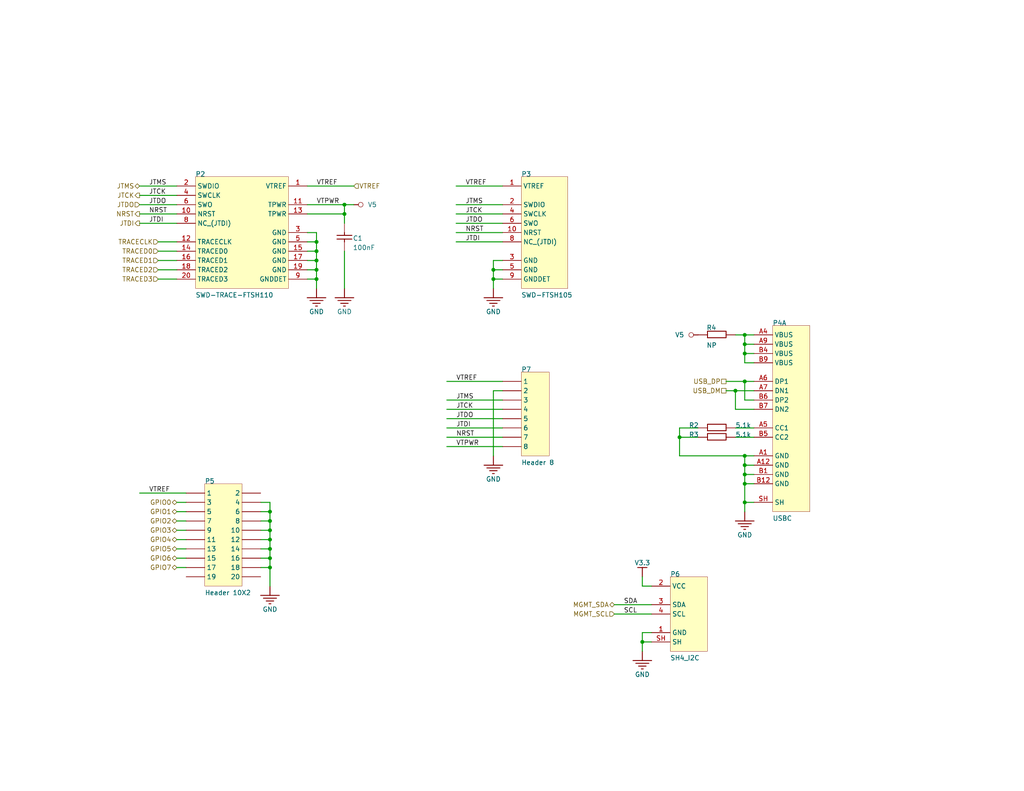
<source format=kicad_sch>
(kicad_sch (version 20231120) (generator "eeschema") (generator_version "8.0")
  (paper "A")
  (lib_symbols
    (symbol "connectors-altium-import:GND_POWER_GROUND" (power)
      (property "Reference" "#PWR" (at 0 0 0))
      (property "Value" "GND" (at 0 6.35 0))
      (symbol "GND_POWER_GROUND_0_0"
        (polyline (pts (xy -2.54 -2.54) (xy 2.54 -2.54)) (stroke (width 0.254)))
        (polyline (pts (xy -1.778 -3.302) (xy 1.778 -3.302)) (stroke (width 0.254)))
        (polyline (pts (xy -1.016 -4.064) (xy 1.016 -4.064)) (stroke (width 0.254)))
        (polyline (pts (xy -0.254 -4.826) (xy 0.254 -4.826)) (stroke (width 0.254)))
        (polyline (pts (xy 0 0) (xy 0 -2.54)) (stroke (width 0.254)))
        (pin power_in line (at 0 0 0) (length 0) hide (name "GND") (number ""))
      )
    )
    (symbol "connectors-altium-import:V3.3_BAR" (power)
      (property "Reference" "#PWR" (at 0 0 0))
      (property "Value" "V3.3" (at 0 3.81 0))
      (symbol "V3.3_BAR_0_0"
        (polyline (pts (xy -1.27 -2.54) (xy 1.27 -2.54)) (stroke (width 0.254)))
        (polyline (pts (xy 0 0) (xy 0 -2.54)) (stroke (width 0.254)))
        (pin power_in line (at 0 0 0) (length 0) hide (name "V3.3") (number ""))
      )
    )
    (symbol "connectors-altium-import:V5_CIRCLE" (power)
      (property "Reference" "#PWR" (at 0 0 0))
      (property "Value" "V5" (at 0 3.81 0))
      (symbol "V5_CIRCLE_0_0"
        (circle (center 0 -1.905) (radius 0.635) (stroke (width 0.127)))
        (polyline (pts (xy 0 0) (xy 0 -1.27)) (stroke (width 0.254)))
        (pin power_in line (at 0 0 0) (length 0) hide (name "V5") (number ""))
      )
    )
    (symbol "connectors-altium-import:root_0_Header 10X2"
      (symbol "root_0_Header 10X2_1_0"
        (rectangle (start 10.16 0) (end 0 -27.94) (stroke (width 0.0254) (color 128 0 0 1)) (fill (type background)))
        (pin passive line (at -5.08 -2.54 0) (length 5.08) (name "1") (number "1"))
        (pin passive line (at 15.24 -12.7 180) (length 5.08) (name "10") (number "10"))
        (pin passive line (at -5.08 -15.24 0) (length 5.08) (name "11") (number "11"))
        (pin passive line (at 15.24 -15.24 180) (length 5.08) (name "12") (number "12"))
        (pin passive line (at -5.08 -17.78 0) (length 5.08) (name "13") (number "13"))
        (pin passive line (at 15.24 -17.78 180) (length 5.08) (name "14") (number "14"))
        (pin passive line (at -5.08 -20.32 0) (length 5.08) (name "15") (number "15"))
        (pin passive line (at 15.24 -20.32 180) (length 5.08) (name "16") (number "16"))
        (pin passive line (at -5.08 -22.86 0) (length 5.08) (name "17") (number "17"))
        (pin passive line (at 15.24 -22.86 180) (length 5.08) (name "18") (number "18"))
        (pin passive line (at -5.08 -25.4 0) (length 5.08) (name "19") (number "19"))
        (pin passive line (at 15.24 -2.54 180) (length 5.08) (name "2") (number "2"))
        (pin passive line (at 15.24 -25.4 180) (length 5.08) (name "20") (number "20"))
        (pin passive line (at -5.08 -5.08 0) (length 5.08) (name "3") (number "3"))
        (pin passive line (at 15.24 -5.08 180) (length 5.08) (name "4") (number "4"))
        (pin passive line (at -5.08 -7.62 0) (length 5.08) (name "5") (number "5"))
        (pin passive line (at 15.24 -7.62 180) (length 5.08) (name "6") (number "6"))
        (pin passive line (at -5.08 -10.16 0) (length 5.08) (name "7") (number "7"))
        (pin passive line (at 15.24 -10.16 180) (length 5.08) (name "8") (number "8"))
        (pin passive line (at -5.08 -12.7 0) (length 5.08) (name "9") (number "9"))
      )
    )
    (symbol "connectors-altium-import:root_0_Header 8"
      (symbol "root_0_Header 8_1_0"
        (rectangle (start 7.62 0) (end 0 -22.86) (stroke (width 0.0254) (color 128 0 0 1)) (fill (type background)))
        (pin passive line (at -5.08 -2.54 0) (length 5.08) (name "1") (number "1"))
        (pin passive line (at -5.08 -5.08 0) (length 5.08) (name "2") (number "2"))
        (pin passive line (at -5.08 -7.62 0) (length 5.08) (name "3") (number "3"))
        (pin passive line (at -5.08 -10.16 0) (length 5.08) (name "4") (number "4"))
        (pin passive line (at -5.08 -12.7 0) (length 5.08) (name "5") (number "5"))
        (pin passive line (at -5.08 -15.24 0) (length 5.08) (name "6") (number "6"))
        (pin passive line (at -5.08 -17.78 0) (length 5.08) (name "7") (number "7"))
        (pin passive line (at -5.08 -20.32 0) (length 5.08) (name "8") (number "8"))
      )
    )
    (symbol "connectors-altium-import:root_0_Resistor"
      (symbol "root_0_Resistor_1_0"
        (polyline (pts (xy -2.54 -0.762) (xy -2.54 1.016) (xy 2.54 1.016) (xy 2.54 -0.762) (xy -2.54 -0.762)) (stroke (width 0.254)))
        (pin passive line (at -5.08 0 0) (length 2.54) (name "1") (number "1"))
        (pin passive line (at 5.08 0 180) (length 2.54) (name "2") (number "2"))
      )
    )
    (symbol "connectors-altium-import:root_0_SH4_I2C"
      (symbol "root_0_SH4_I2C_1_0"
        (rectangle (start 10.16 10.16) (end 0 -10.16) (stroke (width 0.0254) (color 128 0 0 1)) (fill (type background)))
        (pin passive line (at -5.08 -5.08 0) (length 5.08) (name "GND") (number "1"))
        (pin passive line (at -5.08 7.62 0) (length 5.08) (name "VCC") (number "2"))
        (pin passive line (at -5.08 2.54 0) (length 5.08) (name "SDA") (number "3"))
        (pin passive line (at -5.08 0 0) (length 5.08) (name "SCL") (number "4"))
        (pin passive line (at -5.08 -7.62 0) (length 5.08) (name "SH") (number "SH"))
      )
    )
    (symbol "connectors-altium-import:root_0_SWD-FTSH105"
      (symbol "root_0_SWD-FTSH105_1_0"
        (rectangle (start 12.7 15.24) (end 0 -15.24) (stroke (width 0.0254) (color 128 0 0 1)) (fill (type background)))
        (pin passive line (at -5.08 12.7 0) (length 5.08) (name "VTREF") (number "1"))
        (pin passive line (at -5.08 0 0) (length 5.08) (name "NRST") (number "10"))
        (pin passive line (at -5.08 7.62 0) (length 5.08) (name "SWDIO") (number "2"))
        (pin passive line (at -5.08 -7.62 0) (length 5.08) (name "GND") (number "3"))
        (pin passive line (at -5.08 5.08 0) (length 5.08) (name "SWCLK") (number "4"))
        (pin passive line (at -5.08 -10.16 0) (length 5.08) (name "GND") (number "5"))
        (pin passive line (at -5.08 2.54 0) (length 5.08) (name "SWO") (number "6"))
        (pin passive line (at -5.08 -2.54 0) (length 5.08) (name "NC_(JTDI)") (number "8"))
        (pin passive line (at -5.08 -12.7 0) (length 5.08) (name "GNDDET") (number "9"))
      )
    )
    (symbol "connectors-altium-import:root_0_SWD-TRACE-FTSH110"
      (symbol "root_0_SWD-TRACE-FTSH110_1_0"
        (rectangle (start 12.7 12.7) (end -12.7 -17.78) (stroke (width 0.0254) (color 128 0 0 1)) (fill (type background)))
        (pin passive line (at 17.78 10.16 180) (length 5.08) (name "VTREF") (number "1"))
        (pin passive line (at -17.78 2.54 0) (length 5.08) (name "NRST") (number "10"))
        (pin passive line (at 17.78 5.08 180) (length 5.08) (name "TPWR") (number "11"))
        (pin passive line (at -17.78 -5.08 0) (length 5.08) (name "TRACECLK") (number "12"))
        (pin passive line (at 17.78 2.54 180) (length 5.08) (name "TPWR") (number "13"))
        (pin passive line (at -17.78 -7.62 0) (length 5.08) (name "TRACED0") (number "14"))
        (pin passive line (at 17.78 -7.62 180) (length 5.08) (name "GND") (number "15"))
        (pin passive line (at -17.78 -10.16 0) (length 5.08) (name "TRACED1") (number "16"))
        (pin passive line (at 17.78 -10.16 180) (length 5.08) (name "GND") (number "17"))
        (pin passive line (at -17.78 -12.7 0) (length 5.08) (name "TRACED2") (number "18"))
        (pin passive line (at 17.78 -12.7 180) (length 5.08) (name "GND") (number "19"))
        (pin passive line (at -17.78 10.16 0) (length 5.08) (name "SWDIO") (number "2"))
        (pin passive line (at -17.78 -15.24 0) (length 5.08) (name "TRACED3") (number "20"))
        (pin passive line (at 17.78 -2.54 180) (length 5.08) (name "GND") (number "3"))
        (pin passive line (at -17.78 7.62 0) (length 5.08) (name "SWCLK") (number "4"))
        (pin passive line (at 17.78 -5.08 180) (length 5.08) (name "GND") (number "5"))
        (pin passive line (at -17.78 5.08 0) (length 5.08) (name "SWO") (number "6"))
        (pin passive line (at -17.78 0 0) (length 5.08) (name "NC_(JTDI)") (number "8"))
        (pin passive line (at 17.78 -15.24 180) (length 5.08) (name "GNDDET") (number "9"))
      )
    )
    (symbol "connectors-altium-import:root_0_USBC"
      (symbol "root_0_USBC_1_0"
        (rectangle (start 10.16 25.4) (end 0 -25.4) (stroke (width 0.0254) (color 128 0 0 1)) (fill (type background)))
        (pin passive line (at -5.08 -10.16 0) (length 5.08) (name "GND") (number "A1"))
        (pin passive line (at -5.08 -12.7 0) (length 5.08) (name "GND") (number "A12"))
        (pin passive line (at -5.08 22.86 0) (length 5.08) (name "VBUS") (number "A4"))
        (pin passive line (at -5.08 -2.54 0) (length 5.08) (name "CC1") (number "A5"))
        (pin passive line (at -5.08 10.16 0) (length 5.08) (name "DP1") (number "A6"))
        (pin passive line (at -5.08 7.62 0) (length 5.08) (name "DN1") (number "A7"))
        (pin passive line (at -5.08 20.32 0) (length 5.08) (name "VBUS") (number "A9"))
        (pin passive line (at -5.08 -15.24 0) (length 5.08) (name "GND") (number "B1"))
        (pin passive line (at -5.08 -17.78 0) (length 5.08) (name "GND") (number "B12"))
        (pin passive line (at -5.08 17.78 0) (length 5.08) (name "VBUS") (number "B4"))
        (pin passive line (at -5.08 -5.08 0) (length 5.08) (name "CC2") (number "B5"))
        (pin passive line (at -5.08 5.08 0) (length 5.08) (name "DP2") (number "B6"))
        (pin passive line (at -5.08 2.54 0) (length 5.08) (name "DN2") (number "B7"))
        (pin passive line (at -5.08 15.24 0) (length 5.08) (name "VBUS") (number "B9"))
        (pin passive line (at -5.08 -22.86 0) (length 5.08) (name "SH") (number "SH"))
      )
      (symbol "root_0_USBC_2_0"
        (rectangle (start 12.7 17.78) (end 0 -20.32) (stroke (width 0.0254) (color 128 0 0 1)) (fill (type background)))
        (pin passive line (at -5.08 -17.78 0) (length 5.08) (name "SSRXN2") (number "A10"))
        (pin passive line (at -5.08 -15.24 0) (length 5.08) (name "SSRXP2") (number "A11"))
        (pin passive line (at -5.08 7.62 0) (length 5.08) (name "SSTXP1") (number "A2"))
        (pin passive line (at -5.08 5.08 0) (length 5.08) (name "SSTXN1") (number "A3"))
        (pin passive line (at -5.08 15.24 0) (length 5.08) (name "SBU1") (number "A8"))
        (pin passive line (at -5.08 -2.54 0) (length 5.08) (name "SSRXN1") (number "B10"))
        (pin passive line (at -5.08 0 0) (length 5.08) (name "SSRXP1") (number "B11"))
        (pin passive line (at -5.08 -7.62 0) (length 5.08) (name "SSTXP2") (number "B2"))
        (pin passive line (at -5.08 -10.16 0) (length 5.08) (name "SSTXN2") (number "B3"))
        (pin passive line (at -5.08 12.7 0) (length 5.08) (name "SBU2") (number "B8"))
      )
    )
    (symbol "connectors-altium-import:root_1_Capacitor"
      (symbol "root_1_Capacitor_1_0"
        (polyline (pts (xy -2.032 0.762) (xy 2.032 0.762)) (stroke (width 0.254)))
        (polyline (pts (xy 0 0) (xy 0 0.762)) (stroke (width 0.254)))
        (polyline (pts (xy 0 1.778) (xy 0 2.54)) (stroke (width 0.254)))
        (polyline (pts (xy 2.032 1.778) (xy -2.032 1.778)) (stroke (width 0.254)))
        (pin passive line (at 0 -2.54 90) (length 2.54) (name "1") (number "1"))
        (pin passive line (at 0 5.08 270) (length 2.54) (name "2") (number "2"))
      )
    )
  )
  (junction (at 203.2 137.16))
  (junction (at 73.66 154.94))
  (junction (at 73.66 152.4))
  (junction (at 93.98 58.42))
  (junction (at 175.26 175.26))
  (junction (at 203.2 91.44))
  (junction (at 203.2 124.46))
  (junction (at 73.66 144.78))
  (junction (at 203.2 104.14))
  (junction (at 93.98 55.88))
  (junction (at 86.36 68.58))
  (junction (at 185.42 119.38))
  (junction (at 86.36 73.66))
  (junction (at 203.2 127))
  (junction (at 86.36 76.2))
  (junction (at 73.66 142.24))
  (junction (at 200.66 106.68))
  (junction (at 203.2 132.08))
  (junction (at 203.2 93.98))
  (junction (at 86.36 71.12))
  (junction (at 203.2 129.54))
  (junction (at 86.36 66.04))
  (junction (at 73.66 149.86))
  (junction (at 73.66 139.7))
  (junction (at 203.2 96.52))
  (junction (at 134.62 73.66))
  (junction (at 134.62 76.2))
  (junction (at 73.66 147.32))
  (wire (pts (xy 86.36 66.04) (xy 86.36 63.5)) (stroke (width 0.254)))
  (wire (pts (xy 73.66 152.4) (xy 73.66 149.86)) (stroke (width 0.254)))
  (wire (pts (xy 203.2 96.52) (xy 203.2 93.98)) (stroke (width 0.254)))
  (wire (pts (xy 48.26 142.24) (xy 50.8 142.24)) (stroke (width 0.254)))
  (wire (pts (xy 137.16 73.66) (xy 134.62 73.66)) (stroke (width 0.254)))
  (wire (pts (xy 50.8 134.62) (xy 38.1 134.62)) (stroke (width 0.254)))
  (wire (pts (xy 121.92 111.76) (xy 137.16 111.76)) (stroke (width 0.254)))
  (wire (pts (xy 124.46 55.88) (xy 137.16 55.88)) (stroke (width 0.254)))
  (wire (pts (xy 134.62 106.68) (xy 137.16 106.68)) (stroke (width 0.254)))
  (wire (pts (xy 93.98 78.74) (xy 93.98 68.58)) (stroke (width 0.254)))
  (wire (pts (xy 205.74 119.38) (xy 200.66 119.38)) (stroke (width 0.254)))
  (wire (pts (xy 205.74 109.22) (xy 203.2 109.22)) (stroke (width 0.254)))
  (wire (pts (xy 73.66 139.7) (xy 73.66 137.16)) (stroke (width 0.254)))
  (wire (pts (xy 175.26 177.8) (xy 175.26 175.26)) (stroke (width 0.254)))
  (wire (pts (xy 86.36 73.66) (xy 86.36 71.12)) (stroke (width 0.254)))
  (wire (pts (xy 86.36 63.5) (xy 83.82 63.5)) (stroke (width 0.254)))
  (wire (pts (xy 137.16 76.2) (xy 134.62 76.2)) (stroke (width 0.254)))
  (wire (pts (xy 48.26 144.78) (xy 50.8 144.78)) (stroke (width 0.254)))
  (wire (pts (xy 73.66 154.94) (xy 73.66 152.4)) (stroke (width 0.254)))
  (wire (pts (xy 167.64 167.64) (xy 177.8 167.64)) (stroke (width 0.254)))
  (wire (pts (xy 73.66 142.24) (xy 73.66 139.7)) (stroke (width 0.254)))
  (wire (pts (xy 200.66 116.84) (xy 205.74 116.84)) (stroke (width 0.254)))
  (wire (pts (xy 134.62 124.46) (xy 134.62 106.68)) (stroke (width 0.254)))
  (wire (pts (xy 124.46 63.5) (xy 137.16 63.5)) (stroke (width 0.254)))
  (wire (pts (xy 203.2 127) (xy 203.2 124.46)) (stroke (width 0.254)))
  (wire (pts (xy 198.12 104.14) (xy 203.2 104.14)) (stroke (width 0.254)))
  (wire (pts (xy 200.66 106.68) (xy 205.74 106.68)) (stroke (width 0.254)))
  (wire (pts (xy 93.98 55.88) (xy 83.82 55.88)) (stroke (width 0.254)))
  (wire (pts (xy 86.36 76.2) (xy 86.36 73.66)) (stroke (width 0.254)))
  (wire (pts (xy 203.2 137.16) (xy 203.2 132.08)) (stroke (width 0.254)))
  (wire (pts (xy 83.82 71.12) (xy 86.36 71.12)) (stroke (width 0.254)))
  (wire (pts (xy 175.26 157.48) (xy 175.26 160.02)) (stroke (width 0.254)))
  (wire (pts (xy 198.12 106.68) (xy 200.66 106.68)) (stroke (width 0.254)))
  (wire (pts (xy 43.18 73.66) (xy 48.26 73.66)) (stroke (width 0.254)))
  (wire (pts (xy 124.46 66.04) (xy 137.16 66.04)) (stroke (width 0.254)))
  (wire (pts (xy 73.66 144.78) (xy 71.12 144.78)) (stroke (width 0.254)))
  (wire (pts (xy 73.66 142.24) (xy 71.12 142.24)) (stroke (width 0.254)))
  (wire (pts (xy 203.2 96.52) (xy 205.74 96.52)) (stroke (width 0.254)))
  (wire (pts (xy 83.82 73.66) (xy 86.36 73.66)) (stroke (width 0.254)))
  (wire (pts (xy 43.18 71.12) (xy 48.26 71.12)) (stroke (width 0.254)))
  (wire (pts (xy 73.66 149.86) (xy 73.66 147.32)) (stroke (width 0.254)))
  (wire (pts (xy 177.8 175.26) (xy 175.26 175.26)) (stroke (width 0.254)))
  (wire (pts (xy 137.16 121.92) (xy 121.92 121.92)) (stroke (width 0.254)))
  (wire (pts (xy 48.26 154.94) (xy 50.8 154.94)) (stroke (width 0.254)))
  (wire (pts (xy 203.2 109.22) (xy 203.2 104.14)) (stroke (width 0.254)))
  (wire (pts (xy 38.1 50.8) (xy 48.26 50.8)) (stroke (width 0.254)))
  (wire (pts (xy 73.66 147.32) (xy 73.66 144.78)) (stroke (width 0.254)))
  (wire (pts (xy 86.36 68.58) (xy 86.36 66.04)) (stroke (width 0.254)))
  (wire (pts (xy 38.1 58.42) (xy 48.26 58.42)) (stroke (width 0.254)))
  (wire (pts (xy 83.82 68.58) (xy 86.36 68.58)) (stroke (width 0.254)))
  (wire (pts (xy 43.18 76.2) (xy 48.26 76.2)) (stroke (width 0.254)))
  (wire (pts (xy 190.5 116.84) (xy 185.42 116.84)) (stroke (width 0.254)))
  (wire (pts (xy 175.26 175.26) (xy 175.26 172.72)) (stroke (width 0.254)))
  (wire (pts (xy 93.98 55.88) (xy 96.52 55.88)) (stroke (width 0.254)))
  (wire (pts (xy 48.26 137.16) (xy 50.8 137.16)) (stroke (width 0.254)))
  (wire (pts (xy 124.46 60.96) (xy 137.16 60.96)) (stroke (width 0.254)))
  (wire (pts (xy 83.82 58.42) (xy 93.98 58.42)) (stroke (width 0.254)))
  (wire (pts (xy 73.66 147.32) (xy 71.12 147.32)) (stroke (width 0.254)))
  (wire (pts (xy 83.82 66.04) (xy 86.36 66.04)) (stroke (width 0.254)))
  (wire (pts (xy 73.66 152.4) (xy 71.12 152.4)) (stroke (width 0.254)))
  (wire (pts (xy 203.2 91.44) (xy 205.74 91.44)) (stroke (width 0.254)))
  (wire (pts (xy 185.42 124.46) (xy 203.2 124.46)) (stroke (width 0.254)))
  (wire (pts (xy 38.1 53.34) (xy 48.26 53.34)) (stroke (width 0.254)))
  (wire (pts (xy 38.1 60.96) (xy 48.26 60.96)) (stroke (width 0.254)))
  (wire (pts (xy 48.26 152.4) (xy 50.8 152.4)) (stroke (width 0.254)))
  (wire (pts (xy 43.18 68.58) (xy 48.26 68.58)) (stroke (width 0.254)))
  (wire (pts (xy 205.74 93.98) (xy 203.2 93.98)) (stroke (width 0.254)))
  (wire (pts (xy 134.62 78.74) (xy 134.62 76.2)) (stroke (width 0.254)))
  (wire (pts (xy 96.52 50.8) (xy 83.82 50.8)) (stroke (width 0.254)))
  (wire (pts (xy 134.62 71.12) (xy 137.16 71.12)) (stroke (width 0.254)))
  (wire (pts (xy 86.36 78.74) (xy 86.36 76.2)) (stroke (width 0.254)))
  (wire (pts (xy 73.66 139.7) (xy 71.12 139.7)) (stroke (width 0.254)))
  (wire (pts (xy 190.5 119.38) (xy 185.42 119.38)) (stroke (width 0.254)))
  (wire (pts (xy 203.2 99.06) (xy 203.2 96.52)) (stroke (width 0.254)))
  (wire (pts (xy 137.16 50.8) (xy 124.46 50.8)) (stroke (width 0.254)))
  (wire (pts (xy 86.36 71.12) (xy 86.36 68.58)) (stroke (width 0.254)))
  (wire (pts (xy 137.16 104.14) (xy 121.92 104.14)) (stroke (width 0.254)))
  (wire (pts (xy 175.26 172.72) (xy 177.8 172.72)) (stroke (width 0.254)))
  (wire (pts (xy 203.2 129.54) (xy 203.2 127)) (stroke (width 0.254)))
  (wire (pts (xy 48.26 147.32) (xy 50.8 147.32)) (stroke (width 0.254)))
  (wire (pts (xy 203.2 91.44) (xy 200.66 91.44)) (stroke (width 0.254)))
  (wire (pts (xy 185.42 116.84) (xy 185.42 119.38)) (stroke (width 0.254)))
  (wire (pts (xy 203.2 129.54) (xy 205.74 129.54)) (stroke (width 0.254)))
  (wire (pts (xy 134.62 76.2) (xy 134.62 73.66)) (stroke (width 0.254)))
  (wire (pts (xy 48.26 139.7) (xy 50.8 139.7)) (stroke (width 0.254)))
  (wire (pts (xy 38.1 55.88) (xy 48.26 55.88)) (stroke (width 0.254)))
  (wire (pts (xy 203.2 132.08) (xy 203.2 129.54)) (stroke (width 0.254)))
  (wire (pts (xy 121.92 114.3) (xy 137.16 114.3)) (stroke (width 0.254)))
  (wire (pts (xy 205.74 132.08) (xy 203.2 132.08)) (stroke (width 0.254)))
  (wire (pts (xy 83.82 76.2) (xy 86.36 76.2)) (stroke (width 0.254)))
  (wire (pts (xy 73.66 149.86) (xy 71.12 149.86)) (stroke (width 0.254)))
  (wire (pts (xy 48.26 149.86) (xy 50.8 149.86)) (stroke (width 0.254)))
  (wire (pts (xy 203.2 124.46) (xy 205.74 124.46)) (stroke (width 0.254)))
  (wire (pts (xy 73.66 144.78) (xy 73.66 142.24)) (stroke (width 0.254)))
  (wire (pts (xy 93.98 58.42) (xy 93.98 55.88)) (stroke (width 0.254)))
  (wire (pts (xy 93.98 58.42) (xy 93.98 60.96)) (stroke (width 0.254)))
  (wire (pts (xy 121.92 119.38) (xy 137.16 119.38)) (stroke (width 0.254)))
  (wire (pts (xy 203.2 139.7) (xy 203.2 137.16)) (stroke (width 0.254)))
  (wire (pts (xy 134.62 73.66) (xy 134.62 71.12)) (stroke (width 0.254)))
  (wire (pts (xy 200.66 111.76) (xy 200.66 106.68)) (stroke (width 0.254)))
  (wire (pts (xy 73.66 160.02) (xy 73.66 154.94)) (stroke (width 0.254)))
  (wire (pts (xy 203.2 104.14) (xy 205.74 104.14)) (stroke (width 0.254)))
  (wire (pts (xy 205.74 127) (xy 203.2 127)) (stroke (width 0.254)))
  (wire (pts (xy 203.2 93.98) (xy 203.2 91.44)) (stroke (width 0.254)))
  (wire (pts (xy 203.2 137.16) (xy 205.74 137.16)) (stroke (width 0.254)))
  (wire (pts (xy 205.74 111.76) (xy 200.66 111.76)) (stroke (width 0.254)))
  (wire (pts (xy 43.18 66.04) (xy 48.26 66.04)) (stroke (width 0.254)))
  (wire (pts (xy 124.46 58.42) (xy 137.16 58.42)) (stroke (width 0.254)))
  (wire (pts (xy 205.74 99.06) (xy 203.2 99.06)) (stroke (width 0.254)))
  (wire (pts (xy 167.64 165.1) (xy 177.8 165.1)) (stroke (width 0.254)))
  (wire (pts (xy 185.42 119.38) (xy 185.42 124.46)) (stroke (width 0.254)))
  (wire (pts (xy 73.66 137.16) (xy 71.12 137.16)) (stroke (width 0.254)))
  (wire (pts (xy 73.66 154.94) (xy 71.12 154.94)) (stroke (width 0.254)))
  (wire (pts (xy 121.92 116.84) (xy 137.16 116.84)) (stroke (width 0.254)))
  (wire (pts (xy 175.26 160.02) (xy 177.8 160.02)) (stroke (width 0.254)))
  (wire (pts (xy 121.92 109.22) (xy 137.16 109.22)) (stroke (width 0.254)))
  (label "VTREF" (at 124.46 104.14 0))
  (label "JTDI" (at 124.46 116.84 0))
  (label "VTREF" (at 40.64 134.62 0))
  (label "JTDO" (at 40.64 55.88 0))
  (label "JTCK" (at 124.46 111.76 0))
  (label "JTDI" (at 40.64 60.96 0))
  (label "JTMS" (at 40.64 50.8 0))
  (label "JTMS" (at 124.46 109.22 0))
  (label "JTDI" (at 127 66.04 0))
  (label "VTPWR" (at 124.46 121.92 0))
  (label "VTPWR" (at 86.36 55.88 0))
  (label "JTDO" (at 124.46 114.3 0))
  (label "NRST" (at 124.46 119.38 0))
  (label "JTCK" (at 127 58.42 0))
  (label "VTREF" (at 86.36 50.8 0))
  (label "NRST" (at 40.64 58.42 0))
  (label "VTREF" (at 127 50.8 0))
  (label "JTCK" (at 40.64 53.34 0))
  (label "SCL" (at 170.18 167.64 0))
  (label "JTDO" (at 127 60.96 0))
  (label "NRST" (at 127 63.5 0))
  (label "JTMS" (at 127 55.88 0))
  (label "SDA" (at 170.18 165.1 0))
  (hierarchical_label "MGMT_SCL" (shape input) (at 167.64 167.64 180))
  (hierarchical_label "GPIO0" (shape bidirectional) (at 48.26 137.16 180))
  (hierarchical_label "MGMT_SDA" (shape bidirectional) (at 167.64 165.1 180))
  (hierarchical_label "TRACED1" (shape input) (at 43.18 71.12 180))
  (hierarchical_label "JTCK" (shape output) (at 38.1 53.34 180))
  (hierarchical_label "JTMS" (shape bidirectional) (at 38.1 50.8 180))
  (hierarchical_label "TRACECLK" (shape input) (at 43.18 66.04 180))
  (hierarchical_label "GPIO1" (shape bidirectional) (at 48.26 139.7 180))
  (hierarchical_label "GPIO2" (shape bidirectional) (at 48.26 142.24 180))
  (hierarchical_label "GPIO7" (shape bidirectional) (at 48.26 154.94 180))
  (hierarchical_label "GPIO5" (shape bidirectional) (at 48.26 149.86 180))
  (hierarchical_label "USB_DP" (shape passive) (at 198.12 104.14 180))
  (hierarchical_label "JTDO" (shape input) (at 38.1 55.88 180))
  (hierarchical_label "NRST" (shape output) (at 38.1 58.42 180))
  (hierarchical_label "GPIO6" (shape bidirectional) (at 48.26 152.4 180))
  (hierarchical_label "GPIO4" (shape bidirectional) (at 48.26 147.32 180))
  (hierarchical_label "USB_DM" (shape passive) (at 198.12 106.68 180))
  (hierarchical_label "GPIO3" (shape bidirectional) (at 48.26 144.78 180))
  (hierarchical_label "TRACED0" (shape input) (at 43.18 68.58 180))
  (hierarchical_label "TRACED2" (shape input) (at 43.18 73.66 180))
  (hierarchical_label "TRACED3" (shape input) (at 43.18 76.2 180))
  (hierarchical_label "JTDI" (shape output) (at 38.1 60.96 180))
  (hierarchical_label "VTREF" (shape input) (at 96.52 50.8 0))
  (symbol (lib_id "connectors-altium-import:root_0_SH4_I2C") (at 182.88 167.64 0) (unit 1)
    (property "Reference" "P6" (at 182.88 157.48 0) (effects (justify left bottom)))
    (property "Value" "SH4_I2C" (at 182.88 180.34 0) (effects (justify left bottom)))
    (property "Footprint" "SM04B" (effects (hide yes)))
  )
  (symbol (lib_id "connectors-altium-import:root_0_USBC") (at 210.82 114.3 0) (unit 1)
    (property "Reference" "P4" (at 210.82 88.9 0) (effects (justify left bottom)))
    (property "Value" "USBC" (at 210.82 142.24 0) (effects (justify left bottom)))
    (property "Footprint" "U262-161N-4BVC11" (effects (hide yes)))
  )
  (symbol (lib_id "connectors-altium-import:GND_POWER_GROUND") (at 73.66 160.02 0) (unit 1)
    (property "Reference" "#PWR?" (effects (hide yes)))
    (property "Value" "GND" (at 73.66 166.37 0))
  )
  (symbol (lib_id "connectors-altium-import:GND_POWER_GROUND") (at 86.36 78.74 0) (unit 1)
    (property "Reference" "#PWR?" (effects (hide yes)))
    (property "Value" "GND" (at 86.36 85.09 0))
  )
  (symbol (lib_id "connectors-altium-import:root_0_SWD-FTSH105") (at 142.24 63.5 0) (unit 1)
    (property "Reference" "P3" (at 142.24 48.26 0) (effects (justify left bottom)))
    (property "Value" "SWD-FTSH105" (at 142.24 81.28 0) (effects (justify left bottom)))
    (property "Footprint" "FTSH105" (effects (hide yes)))
  )
  (symbol (lib_id "connectors-altium-import:GND_POWER_GROUND") (at 134.62 78.74 0) (unit 1)
    (property "Reference" "#PWR?" (effects (hide yes)))
    (property "Value" "GND" (at 134.62 85.09 0))
  )
  (symbol (lib_id "connectors-altium-import:root_0_SWD-TRACE-FTSH110") (at 66.04 60.96 0) (unit 1)
    (property "Reference" "P2" (at 53.34 48.26 0) (effects (justify left bottom)))
    (property "Value" "SWD-TRACE-FTSH110" (at 53.34 81.28 0) (effects (justify left bottom)))
    (property "Footprint" "FTSH110" (effects (hide yes)))
  )
  (symbol (lib_id "connectors-altium-import:root_0_Resistor") (at 195.58 119.38 0) (unit 1)
    (property "Reference" "R3" (at 187.96 119.38 0) (effects (justify left bottom)))
    (property "Value" "${ALTIUM_VALUE}" (at 200.66 119.38 0) (effects (justify left bottom)))
    (property "Footprint" "0402" (effects (hide yes)))
    (property "ALTIUM_VALUE" "5.1k" (effects (hide yes)))
  )
  (symbol (lib_id "connectors-altium-import:root_0_Header 8") (at 142.24 101.6 0) (unit 1)
    (property "Reference" "P7" (at 142.24 101.6 0) (effects (justify left bottom)))
    (property "Value" "Header 8" (at 142.24 127 0) (effects (justify left bottom)))
    (property "Footprint" "HDR1X8" (effects (hide yes)))
    (property "LATESTREVISIONDATE" "17-Jul-2002" (effects (hide yes)))
    (property "LATESTREVISIONNOTE" "Re-released for DXP Platform." (effects (hide yes)))
    (property "PUBLISHER" "Altium Limited" (effects (hide yes)))
  )
  (symbol (lib_id "connectors-altium-import:GND_POWER_GROUND") (at 203.2 139.7 0) (unit 1)
    (property "Reference" "#PWR?" (effects (hide yes)))
    (property "Value" "GND" (at 203.2 146.05 0))
  )
  (symbol (lib_id "connectors-altium-import:GND_POWER_GROUND") (at 175.26 177.8 0) (unit 1)
    (property "Reference" "#PWR?" (effects (hide yes)))
    (property "Value" "GND" (at 175.26 184.15 0))
  )
  (symbol (lib_id "connectors-altium-import:GND_POWER_GROUND") (at 93.98 78.74 0) (unit 1)
    (property "Reference" "#PWR?" (effects (hide yes)))
    (property "Value" "GND" (at 93.98 85.09 0))
  )
  (symbol (lib_id "connectors-altium-import:root_1_Capacitor") (at 93.98 66.04 0) (unit 1)
    (property "Reference" "C1" (at 96.266 65.786 0) (effects (justify left bottom)))
    (property "Value" "${ALTIUM_VALUE}" (at 96.266 68.326 0) (effects (justify left bottom)))
    (property "Footprint" "0402" (effects (hide yes)))
    (property "ALTIUM_VALUE" "100nF" (effects (hide yes)))
  )
  (symbol (lib_id "connectors-altium-import:V5_CIRCLE") (at 190.5 91.44 270) (unit 1)
    (property "Reference" "#PWR?" (effects (hide yes)))
    (property "Value" "V5" (at 186.69 91.44 90) (effects (justify right)))
  )
  (symbol (lib_id "connectors-altium-import:root_0_Resistor") (at 195.58 91.44 0) (unit 1)
    (property "Reference" "R4" (at 192.786 90.17 0) (effects (justify left bottom)))
    (property "Value" "${ALTIUM_VALUE}" (at 192.786 94.996 0) (effects (justify left bottom)))
    (property "Footprint" "0402" (effects (hide yes)))
    (property "ALTIUM_VALUE" "NP" (effects (hide yes)))
  )
  (symbol (lib_id "connectors-altium-import:root_0_Header 10X2") (at 55.88 132.08 0) (unit 1)
    (property "Reference" "P5" (at 55.88 132.08 0) (effects (justify left bottom)))
    (property "Value" "Header 10X2" (at 55.88 162.56 0) (effects (justify left bottom)))
    (property "Footprint" "HDR2X10" (effects (hide yes)))
    (property "LATESTREVISIONDATE" "17-Jul-2002" (effects (hide yes)))
    (property "LATESTREVISIONNOTE" "Re-released for DXP Platform." (effects (hide yes)))
    (property "PUBLISHER" "Altium Limited" (effects (hide yes)))
  )
  (symbol (lib_id "connectors-altium-import:root_0_Resistor") (at 195.58 116.84 0) (unit 1)
    (property "Reference" "R2" (at 187.96 116.84 0) (effects (justify left bottom)))
    (property "Value" "${ALTIUM_VALUE}" (at 200.66 116.84 0) (effects (justify left bottom)))
    (property "Footprint" "0402" (effects (hide yes)))
    (property "ALTIUM_VALUE" "5.1k" (effects (hide yes)))
  )
  (symbol (lib_id "connectors-altium-import:V3.3_BAR") (at 175.26 157.48 180) (unit 1)
    (property "Reference" "#PWR?" (effects (hide yes)))
    (property "Value" "V3.3" (at 175.26 153.67 0))
  )
  (symbol (lib_id "connectors-altium-import:V5_CIRCLE") (at 96.52 55.88 90) (unit 1)
    (property "Reference" "#PWR?" (effects (hide yes)))
    (property "Value" "V5" (at 100.33 55.88 90) (effects (justify right)))
  )
  (symbol (lib_id "connectors-altium-import:GND_POWER_GROUND") (at 134.62 124.46 0) (unit 1)
    (property "Reference" "#PWR?" (effects (hide yes)))
    (property "Value" "GND" (at 134.62 130.81 0))
  )
)
</source>
